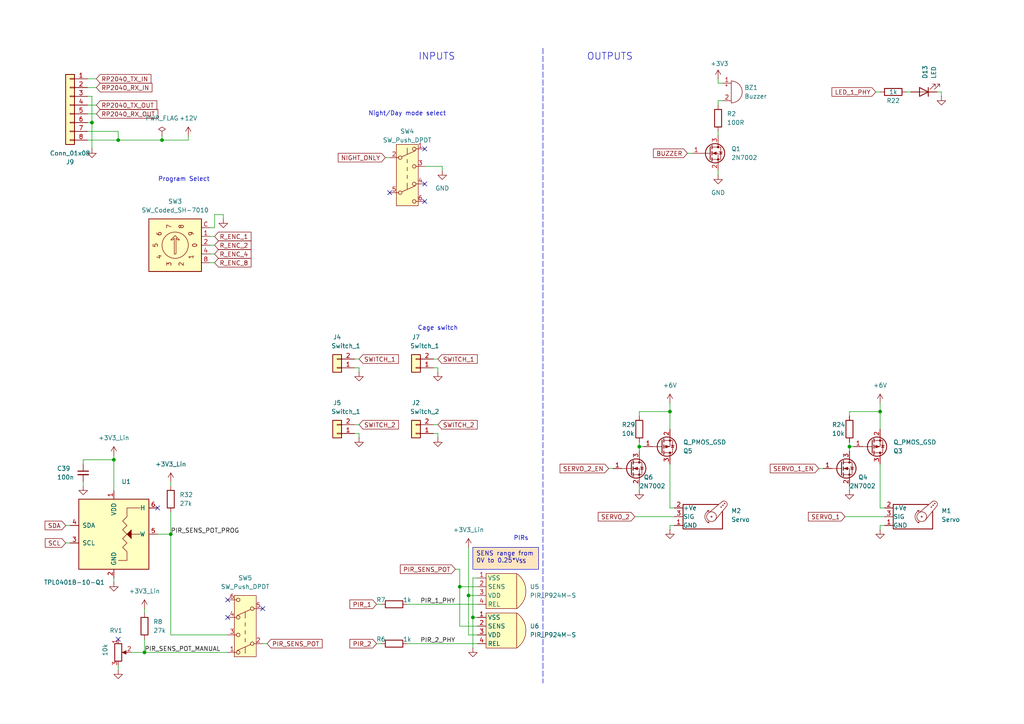
<source format=kicad_sch>
(kicad_sch (version 20231120) (generator "eeschema") (generator_version "8.0")
  (paper "A4")
  (lib_symbols
    (symbol "Connector_Generic:Conn_01x02" (pin_names (offset 1.016) hide)
      (property "Reference" "J" (at 0 2.54 0))
      (property "Value" "Conn_01x02" (at 0 -5.08 0))
      (symbol "Conn_01x02_1_1"
        (rectangle (start -1.27 -2.413) (end 0 -2.667) (stroke (width 0.1524)))
        (rectangle (start -1.27 0.127) (end 0 -0.127) (stroke (width 0.1524)))
        (rectangle (start -1.27 1.27) (end 1.27 -3.81) (stroke (width 0.254)) (fill (type background)))
        (pin passive line (at -5.08 0 0) (length 3.81) (name "Pin_1") (number "1"))
        (pin passive line (at -5.08 -2.54 0) (length 3.81) (name "Pin_2") (number "2"))
      )
    )
    (symbol "Connector_Generic:Conn_01x08" (pin_names (offset 1.016) hide)
      (property "Reference" "J" (at 0 10.16 0))
      (property "Value" "Conn_01x08" (at 0 -12.7 0))
      (symbol "Conn_01x08_1_1"
        (rectangle (start -1.27 -10.033) (end 0 -10.287) (stroke (width 0.1524)))
        (rectangle (start -1.27 -7.493) (end 0 -7.747) (stroke (width 0.1524)))
        (rectangle (start -1.27 -4.953) (end 0 -5.207) (stroke (width 0.1524)))
        (rectangle (start -1.27 -2.413) (end 0 -2.667) (stroke (width 0.1524)))
        (rectangle (start -1.27 0.127) (end 0 -0.127) (stroke (width 0.1524)))
        (rectangle (start -1.27 2.667) (end 0 2.413) (stroke (width 0.1524)))
        (rectangle (start -1.27 5.207) (end 0 4.953) (stroke (width 0.1524)))
        (rectangle (start -1.27 7.747) (end 0 7.493) (stroke (width 0.1524)))
        (rectangle (start -1.27 8.89) (end 1.27 -11.43) (stroke (width 0.254)) (fill (type background)))
        (pin passive line (at -5.08 7.62 0) (length 3.81) (name "Pin_1") (number "1"))
        (pin passive line (at -5.08 5.08 0) (length 3.81) (name "Pin_2") (number "2"))
        (pin passive line (at -5.08 2.54 0) (length 3.81) (name "Pin_3") (number "3"))
        (pin passive line (at -5.08 0 0) (length 3.81) (name "Pin_4") (number "4"))
        (pin passive line (at -5.08 -2.54 0) (length 3.81) (name "Pin_5") (number "5"))
        (pin passive line (at -5.08 -5.08 0) (length 3.81) (name "Pin_6") (number "6"))
        (pin passive line (at -5.08 -7.62 0) (length 3.81) (name "Pin_7") (number "7"))
        (pin passive line (at -5.08 -10.16 0) (length 3.81) (name "Pin_8") (number "8"))
      )
    )
    (symbol "Device:Buzzer" (pin_names (offset 0.0254) hide)
      (property "Reference" "BZ" (at 3.81 1.27 0))
      (property "Value" "Buzzer" (at 3.81 -1.27 0))
      (symbol "Buzzer_0_1"
        (arc (start 0 -3.175) (mid 3.1612 0) (end 0 3.175))
        (polyline (pts (xy -1.651 1.905) (xy -1.143 1.905)))
        (polyline (pts (xy -1.397 2.159) (xy -1.397 1.651)))
        (polyline (pts (xy 0 3.175) (xy 0 -3.175)))
      )
      (symbol "Buzzer_1_1"
        (pin passive line (at -2.54 2.54 0) (length 2.54) (name "+") (number "1"))
        (pin passive line (at -2.54 -2.54 0) (length 2.54) (name "-") (number "2"))
      )
    )
    (symbol "Device:C_Small" (pin_numbers hide) (pin_names (offset 0.254) hide)
      (property "Reference" "C" (at 0.254 1.778 0))
      (property "Value" "C_Small" (at 0.254 -2.032 0))
      (symbol "C_Small_0_1"
        (polyline (pts (xy -1.524 -0.508) (xy 1.524 -0.508)) (stroke (width 0.3302)))
        (polyline (pts (xy -1.524 0.508) (xy 1.524 0.508)) (stroke (width 0.3048)))
      )
      (symbol "C_Small_1_1"
        (pin passive line (at 0 2.54 270) (length 2.032) (name "~") (number "1"))
        (pin passive line (at 0 -2.54 90) (length 2.032) (name "~") (number "2"))
      )
    )
    (symbol "Device:LED" (pin_numbers hide) (pin_names (offset 1.016) hide)
      (property "Reference" "D" (at 0 2.54 0))
      (property "Value" "LED" (at 0 -2.54 0))
      (symbol "LED_0_1"
        (polyline (pts (xy -1.27 -1.27) (xy -1.27 1.27)) (stroke (width 0.254)))
        (polyline (pts (xy -1.27 0) (xy 1.27 0)))
        (polyline (pts (xy 1.27 -1.27) (xy 1.27 1.27) (xy -1.27 0) (xy 1.27 -1.27)) (stroke (width 0.254)))
        (polyline (pts (xy -3.048 -0.762) (xy -4.572 -2.286) (xy -3.81 -2.286) (xy -4.572 -2.286) (xy -4.572 -1.524)))
        (polyline (pts (xy -1.778 -0.762) (xy -3.302 -2.286) (xy -2.54 -2.286) (xy -3.302 -2.286) (xy -3.302 -1.524)))
      )
      (symbol "LED_1_1"
        (pin passive line (at -3.81 0 0) (length 2.54) (name "K") (number "1"))
        (pin passive line (at 3.81 0 180) (length 2.54) (name "A") (number "2"))
      )
    )
    (symbol "Device:Q_PMOS_GSD" (pin_names (offset 0) hide)
      (property "Reference" "Q" (at 5.08 1.27 0))
      (property "Value" "Q_PMOS_GSD" (at 5.08 -1.27 0))
      (symbol "Q_PMOS_GSD_0_1"
        (polyline (pts (xy 0.254 0) (xy -2.54 0)))
        (polyline (pts (xy 0.254 1.905) (xy 0.254 -1.905)) (stroke (width 0.254)))
        (polyline (pts (xy 0.762 -1.27) (xy 0.762 -2.286)) (stroke (width 0.254)))
        (polyline (pts (xy 0.762 0.508) (xy 0.762 -0.508)) (stroke (width 0.254)))
        (polyline (pts (xy 0.762 2.286) (xy 0.762 1.27)) (stroke (width 0.254)))
        (polyline (pts (xy 2.54 2.54) (xy 2.54 1.778)))
        (polyline (pts (xy 2.54 -2.54) (xy 2.54 0) (xy 0.762 0)))
        (polyline (pts (xy 0.762 1.778) (xy 3.302 1.778) (xy 3.302 -1.778) (xy 0.762 -1.778)))
        (polyline (pts (xy 2.286 0) (xy 1.27 0.381) (xy 1.27 -0.381) (xy 2.286 0)) (fill (type outline)))
        (polyline (pts (xy 2.794 -0.508) (xy 2.921 -0.381) (xy 3.683 -0.381) (xy 3.81 -0.254)))
        (polyline (pts (xy 3.302 -0.381) (xy 2.921 0.254) (xy 3.683 0.254) (xy 3.302 -0.381)))
        (circle (center 1.651 0) (radius 2.794) (stroke (width 0.254)))
        (circle (center 2.54 -1.778) (radius 0.254) (fill (type outline)))
        (circle (center 2.54 1.778) (radius 0.254) (fill (type outline)))
      )
      (symbol "Q_PMOS_GSD_1_1"
        (pin input line (at -5.08 0 0) (length 2.54) (name "G") (number "1"))
        (pin passive line (at 2.54 -5.08 90) (length 2.54) (name "S") (number "2"))
        (pin passive line (at 2.54 5.08 270) (length 2.54) (name "D") (number "3"))
      )
    )
    (symbol "Device:R" (pin_numbers hide) (pin_names (offset 0))
      (property "Reference" "R" (at 2.032 0 90))
      (property "Value" "R" (at 0 0 90))
      (symbol "R_0_1"
        (rectangle (start -1.016 -2.54) (end 1.016 2.54) (stroke (width 0.254)))
      )
      (symbol "R_1_1"
        (pin passive line (at 0 3.81 270) (length 1.27) (name "~") (number "1"))
        (pin passive line (at 0 -3.81 90) (length 1.27) (name "~") (number "2"))
      )
    )
    (symbol "Device:R_Potentiometer" (pin_names (offset 1.016) hide)
      (property "Reference" "RV" (at -4.445 0 90))
      (property "Value" "R_Potentiometer" (at -2.54 0 90))
      (symbol "R_Potentiometer_0_1"
        (polyline (pts (xy 2.54 0) (xy 1.524 0)))
        (polyline (pts (xy 1.143 0) (xy 2.286 0.508) (xy 2.286 -0.508) (xy 1.143 0)) (fill (type outline)))
        (rectangle (start 1.016 2.54) (end -1.016 -2.54) (stroke (width 0.254)))
      )
      (symbol "R_Potentiometer_1_1"
        (pin passive line (at 0 3.81 270) (length 1.27) (name "1") (number "1"))
        (pin passive line (at 3.81 0 180) (length 1.27) (name "2") (number "2"))
        (pin passive line (at 0 -3.81 90) (length 1.27) (name "3") (number "3"))
      )
    )
    (symbol "Potentiometer_Digital:TPL0401B-10-Q1" (pin_names (offset 1.016))
      (property "Reference" "U" (at -10.16 11.43 0))
      (property "Value" "TPL0401B-10-Q1" (at 1.27 11.43 0))
      (symbol "TPL0401B-10-Q1_0_1"
        (polyline (pts (xy 7.62 0) (xy 5.08 0)))
        (polyline (pts (xy 5.08 -1.27) (xy 5.08 1.27) (xy 3.81 0) (xy 5.08 -1.27) (xy 5.08 -1.27)) (fill (type outline)))
        (polyline (pts (xy 7.62 7.62) (xy 3.81 7.62) (xy 3.81 5.08) (xy 2.54 3.81) (xy 3.81 2.54) (xy 2.54 1.27) (xy 3.81 0) (xy 2.54 -1.27) (xy 3.81 -2.54) (xy 2.54 -3.81) (xy 3.81 -5.08) (xy 3.81 -7.62) (xy 1.27 -7.62)))
      )
      (symbol "TPL0401B-10-Q1_1_1"
        (rectangle (start -10.16 10.16) (end 10.16 -10.16) (stroke (width 0.254)) (fill (type background)))
        (pin power_in line (at 0 12.7 270) (length 2.54) (name "VDD") (number "1"))
        (pin power_in line (at 0 -12.7 90) (length 2.54) (name "GND") (number "2"))
        (pin input line (at -12.7 -2.54 0) (length 2.54) (name "SCL") (number "3"))
        (pin bidirectional line (at -12.7 2.54 0) (length 2.54) (name "SDA") (number "4"))
        (pin passive line (at 12.7 0 180) (length 2.54) (name "W") (number "5"))
        (pin passive line (at 12.7 7.62 180) (length 2.54) (name "H") (number "6"))
      )
    )
    (symbol "Switch:SW_Coded_SH-7010" (pin_names hide)
      (property "Reference" "SW" (at -7.62 8.89 0))
      (property "Value" "SW_Coded_SH-7010" (at -7.62 -8.89 0))
      (symbol "SW_Coded_SH-7010_0_0"
        (text "0" (at 5.715 0 2700) (effects (font (size 1.27 1.27))))
        (text "1" (at 4.6228 -3.3528 2340) (effects (font (size 1.27 1.27))))
        (text "2" (at 1.778 -5.4356 1980) (effects (font (size 1.27 1.27))))
        (text "3" (at -1.778 -5.4356 1620) (effects (font (size 1.27 1.27))))
        (text "4" (at -4.6228 -3.3528 1260) (effects (font (size 1.27 1.27))))
        (text "5" (at -5.715 0 900) (effects (font (size 1.27 1.27))))
        (text "6" (at -4.6228 3.3528 540) (effects (font (size 1.27 1.27))))
        (text "7" (at -1.778 5.4356 180) (effects (font (size 1.27 1.27))))
        (text "8" (at 1.778 5.4356 3420) (effects (font (size 1.27 1.27))))
        (text "9" (at 4.6228 3.3528 3060) (effects (font (size 1.27 1.27))))
      )
      (symbol "SW_Coded_SH-7010_0_1"
        (polyline (pts (xy -0.254 -2.54) (xy -0.254 2.032) (xy -0.762 1.524) (xy -1.27 1.524) (xy 0 2.794) (xy 1.27 1.524) (xy 0.762 1.524) (xy 0.254 2.032) (xy 0.254 -2.54) (xy -0.254 -2.54) (xy -0.254 -2.54)))
        (circle (center 0 0) (radius 3.81))
        (rectangle (start 7.62 7.62) (end -7.62 -7.62) (stroke (width 0.254)) (fill (type background)))
      )
      (symbol "SW_Coded_SH-7010_1_1"
        (pin passive line (at 10.16 2.54 180) (length 2.54) (name "1") (number "1"))
        (pin passive line (at 10.16 0 180) (length 2.54) (name "2") (number "2"))
        (pin passive line (at 10.16 -2.54 180) (length 2.54) (name "4") (number "4"))
        (pin passive line (at 10.16 -5.08 180) (length 2.54) (name "8") (number "8"))
        (pin passive line (at 10.16 5.08 180) (length 2.54) (name "C") (number "C"))
      )
    )
    (symbol "Switch:SW_Push_DPDT" (pin_names (offset 0) hide)
      (property "Reference" "SW" (at 0 10.16 0))
      (property "Value" "SW_Push_DPDT" (at 0 -10.16 0))
      (symbol "SW_Push_DPDT_0_0"
        (circle (center -2.032 -5.08) (radius 0.508))
        (circle (center -2.032 5.08) (radius 0.508))
        (circle (center 2.032 -7.62) (radius 0.508))
        (circle (center 2.032 2.54) (radius 0.508))
      )
      (symbol "SW_Push_DPDT_0_1"
        (polyline (pts (xy -1.524 -4.826) (xy 2.3368 -3.0988)))
        (polyline (pts (xy -1.524 5.334) (xy 2.3368 7.0612)))
        (polyline (pts (xy 0 -2.286) (xy 0 -4.064)))
        (polyline (pts (xy 0 -1.016) (xy 0 0)))
        (polyline (pts (xy 0 1.27) (xy 0 2.286)))
        (polyline (pts (xy 0 3.556) (xy 0 4.572)))
        (polyline (pts (xy 0 7.874) (xy 0 6.096)))
        (circle (center 2.032 -2.54) (radius 0.508))
        (circle (center 2.032 7.62) (radius 0.508))
      )
      (symbol "SW_Push_DPDT_1_1"
        (rectangle (start -3.175 8.89) (end 3.175 -8.89) (fill (type background)))
        (pin passive line (at 5.08 7.62 180) (length 2.54) (name "A") (number "1"))
        (pin passive line (at -5.08 5.08 0) (length 2.54) (name "B") (number "2"))
        (pin passive line (at 5.08 2.54 180) (length 2.54) (name "C") (number "3"))
        (pin passive line (at 5.08 -2.54 180) (length 2.54) (name "A") (number "4"))
        (pin passive line (at -5.08 -5.08 0) (length 2.54) (name "B") (number "5"))
        (pin passive line (at 5.08 -7.62 180) (length 2.54) (name "C") (number "6"))
      )
    )
    (symbol "Transistor_FET:2N7002" (pin_names hide)
      (property "Reference" "Q" (at 5.08 1.905 0))
      (property "Value" "2N7002" (at 5.08 0 0))
      (symbol "2N7002_0_1"
        (polyline (pts (xy 0.254 0) (xy -2.54 0)))
        (polyline (pts (xy 0.254 1.905) (xy 0.254 -1.905)) (stroke (width 0.254)))
        (polyline (pts (xy 0.762 -1.27) (xy 0.762 -2.286)) (stroke (width 0.254)))
        (polyline (pts (xy 0.762 0.508) (xy 0.762 -0.508)) (stroke (width 0.254)))
        (polyline (pts (xy 0.762 2.286) (xy 0.762 1.27)) (stroke (width 0.254)))
        (polyline (pts (xy 2.54 2.54) (xy 2.54 1.778)))
        (polyline (pts (xy 2.54 -2.54) (xy 2.54 0) (xy 0.762 0)))
        (polyline (pts (xy 0.762 -1.778) (xy 3.302 -1.778) (xy 3.302 1.778) (xy 0.762 1.778)))
        (polyline (pts (xy 1.016 0) (xy 2.032 0.381) (xy 2.032 -0.381) (xy 1.016 0)) (fill (type outline)))
        (polyline (pts (xy 2.794 0.508) (xy 2.921 0.381) (xy 3.683 0.381) (xy 3.81 0.254)))
        (polyline (pts (xy 3.302 0.381) (xy 2.921 -0.254) (xy 3.683 -0.254) (xy 3.302 0.381)))
        (circle (center 1.651 0) (radius 2.794) (stroke (width 0.254)))
        (circle (center 2.54 -1.778) (radius 0.254) (fill (type outline)))
        (circle (center 2.54 1.778) (radius 0.254) (fill (type outline)))
      )
      (symbol "2N7002_1_1"
        (pin input line (at -5.08 0 0) (length 2.54) (name "G") (number "1"))
        (pin passive line (at 2.54 -5.08 90) (length 2.54) (name "S") (number "2"))
        (pin passive line (at 2.54 5.08 270) (length 2.54) (name "D") (number "3"))
      )
    )
    (symbol "cacophony-library:PIR_P924M-S"
      (property "Reference" "U6" (at 3.81 1.2701 0))
      (property "Value" "PIR_P924M-S" (at 3.81 -1.2699 0))
      (symbol "PIR_P924M-S_0_1"
        (rectangle (start -8.89 5.08) (end 0 -5.08) (fill (type background)))
        (arc (start 0 -5.08) (mid 2.6748 0) (end 0 5.08) (fill (type background)))
      )
      (symbol "PIR_P924M-S_1_1"
        (pin input line (at -11.43 3.81 0) (length 2.54) (name "VSS") (number "1"))
        (pin input line (at -11.43 1.27 0) (length 2.54) (name "SENS") (number "2"))
        (pin input line (at -11.43 -1.27 0) (length 2.54) (name "VDD") (number "3"))
        (pin input line (at -11.43 -3.81 0) (length 2.54) (name "REL") (number "4"))
      )
    )
    (symbol "cacophony-library:Servo" (pin_names (offset 0.0254))
      (property "Reference" "M2" (at 8.89 1.7035 0))
      (property "Value" "Servo" (at 8.89 -0.8365 0))
      (symbol "Servo_0_1"
        (polyline (pts (xy 2.413 -1.778) (xy 2.032 -1.778)))
        (polyline (pts (xy 2.413 -1.778) (xy 2.286 -1.397)))
        (polyline (pts (xy 2.413 1.778) (xy 1.905 1.778)))
        (polyline (pts (xy 2.413 1.778) (xy 2.286 1.397)))
        (polyline (pts (xy 6.35 4.445) (xy 2.54 1.27)))
        (polyline (pts (xy 7.62 3.175) (xy 4.191 -1.016)))
        (polyline (pts (xy 5.08 3.556) (xy -5.08 3.556) (xy -5.08 -3.556) (xy 6.35 -3.556) (xy 6.35 1.524)) (stroke (width 0.254)))
        (arc (start 2.413 1.778) (mid 1.2406 0) (end 2.413 -1.778))
        (circle (center 3.175 0) (radius 0.1778))
        (circle (center 3.175 0) (radius 1.4224))
        (circle (center 5.969 2.794) (radius 0.127))
        (circle (center 6.477 3.302) (radius 0.127))
        (circle (center 6.985 3.81) (radius 0.127))
        (arc (start 7.62 3.175) (mid 7.4485 4.2735) (end 6.35 4.445))
      )
      (symbol "Servo_1_1"
        (pin passive line (at -7.62 -2.54 0) (length 2.54) (name "GND") (number "1"))
        (pin passive line (at -7.62 2.54 0) (length 2.54) (name "+Ve") (number "2"))
        (pin passive line (at -7.62 0 0) (length 2.54) (name "SIG") (number "3"))
      )
    )
    (symbol "power:+12V" (power) (pin_numbers hide) (pin_names (offset 0) hide)
      (property "Value" "+12V" (at 0 3.556 0))
      (symbol "+12V_0_1"
        (polyline (pts (xy -0.762 1.27) (xy 0 2.54)))
        (polyline (pts (xy 0 0) (xy 0 2.54)))
        (polyline (pts (xy 0 2.54) (xy 0.762 1.27)))
      )
      (symbol "+12V_1_1"
        (pin power_in line (at 0 0 90) (length 0) (name "~") (number "1"))
      )
    )
    (symbol "power:+3V3" (power) (pin_numbers hide) (pin_names (offset 0) hide)
      (property "Value" "+3V3" (at 0 3.556 0))
      (symbol "+3V3_0_1"
        (polyline (pts (xy -0.762 1.27) (xy 0 2.54)))
        (polyline (pts (xy 0 0) (xy 0 2.54)))
        (polyline (pts (xy 0 2.54) (xy 0.762 1.27)))
      )
      (symbol "+3V3_1_1"
        (pin power_in line (at 0 0 90) (length 0) (name "~") (number "1"))
      )
    )
    (symbol "power:+6V" (power) (pin_numbers hide) (pin_names (offset 0) hide)
      (property "Value" "+6V" (at 0 3.556 0))
      (symbol "+6V_0_1"
        (polyline (pts (xy -0.762 1.27) (xy 0 2.54)))
        (polyline (pts (xy 0 0) (xy 0 2.54)))
        (polyline (pts (xy 0 2.54) (xy 0.762 1.27)))
      )
      (symbol "+6V_1_1"
        (pin power_in line (at 0 0 90) (length 0) (name "~") (number "1"))
      )
    )
    (symbol "power:GND" (power) (pin_numbers hide) (pin_names (offset 0) hide)
      (property "Value" "GND" (at 0 -3.81 0))
      (symbol "GND_0_1"
        (polyline (pts (xy 0 0) (xy 0 -1.27) (xy 1.27 -1.27) (xy 0 -2.54) (xy -1.27 -1.27) (xy 0 -1.27)))
      )
      (symbol "GND_1_1"
        (pin power_in line (at 0 0 270) (length 0) (name "~") (number "1"))
      )
    )
    (symbol "power:PWR_FLAG" (power) (pin_numbers hide) (pin_names (offset 0) hide)
      (property "Value" "PWR_FLAG" (at 0 3.81 0))
      (symbol "PWR_FLAG_0_0"
        (pin power_out line (at 0 0 90) (length 0) (name "~") (number "1"))
      )
      (symbol "PWR_FLAG_0_1"
        (polyline (pts (xy 0 0) (xy 0 1.27) (xy -1.016 1.905) (xy 0 2.54) (xy 1.016 1.905) (xy 0 1.27)))
      )
    )
  )
  (junction (at 49.53 154.94))
  (junction (at 255.27 119.38))
  (junction (at 34.29 40.64))
  (junction (at 246.38 129.54))
  (junction (at 137.16 179.07))
  (junction (at 41.91 189.23))
  (junction (at 26.67 35.56))
  (junction (at 33.02 133.35))
  (junction (at 135.89 172.72))
  (junction (at 133.35 170.18))
  (junction (at 185.42 129.54))
  (junction (at 194.31 119.38))
  (junction (at 46.99 40.64))
  (no_connect (at 66.04 179.07))
  (no_connect (at 76.2 176.53))
  (no_connect (at 113.03 55.88))
  (no_connect (at 123.19 43.18))
  (no_connect (at 45.72 147.32))
  (no_connect (at 123.19 53.34))
  (no_connect (at 123.19 58.42))
  (no_connect (at 66.04 173.99))
  (no_connect (at 34.29 185.42))
  (wire (pts (xy 138.43 170.18) (xy 133.35 170.18)))
  (wire (pts (xy 255.27 147.32) (xy 255.27 134.62)))
  (wire (pts (xy 208.28 49.53) (xy 208.28 50.8)))
  (wire (pts (xy 60.96 66.04) (xy 62.23 66.04)))
  (wire (pts (xy 34.29 193.04) (xy 34.29 194.31)))
  (wire (pts (xy 237.49 135.89) (xy 238.76 135.89)))
  (wire (pts (xy 54.61 39.37) (xy 54.61 40.64)))
  (wire (pts (xy 137.16 179.07) (xy 137.16 167.64)))
  (wire (pts (xy 195.58 147.32) (xy 194.31 147.32)))
  (wire (pts (xy 102.87 106.68) (xy 104.14 106.68)))
  (wire (pts (xy 34.29 38.1) (xy 34.29 40.64)))
  (wire (pts (xy 76.2 186.69) (xy 77.47 186.69)))
  (wire (pts (xy 262.89 26.67) (xy 264.16 26.67)))
  (wire (pts (xy 25.4 22.86) (xy 27.94 22.86)))
  (wire (pts (xy 26.67 35.56) (xy 26.67 43.18)))
  (wire (pts (xy 185.42 119.38) (xy 194.31 119.38)))
  (wire (pts (xy 60.96 73.66) (xy 62.23 73.66)))
  (wire (pts (xy 138.43 181.61) (xy 133.35 181.61)))
  (wire (pts (xy 25.4 35.56) (xy 26.67 35.56)))
  (wire (pts (xy 25.4 27.94) (xy 26.67 27.94)))
  (wire (pts (xy 185.42 140.97) (xy 185.42 142.24)))
  (wire (pts (xy 33.02 167.64) (xy 33.02 168.91)))
  (wire (pts (xy 271.78 26.67) (xy 273.05 26.67)))
  (wire (pts (xy 176.53 135.89) (xy 177.8 135.89)))
  (wire (pts (xy 246.38 129.54) (xy 246.38 130.81)))
  (wire (pts (xy 49.53 139.7) (xy 49.53 140.97)))
  (wire (pts (xy 41.91 185.42) (xy 41.91 189.23)))
  (wire (pts (xy 102.87 123.19) (xy 104.14 123.19)))
  (wire (pts (xy 208.28 24.13) (xy 208.28 22.86)))
  (wire (pts (xy 26.67 27.94) (xy 26.67 35.56)))
  (wire (pts (xy 109.22 175.26) (xy 110.49 175.26)))
  (wire (pts (xy 135.89 184.15) (xy 138.43 184.15)))
  (wire (pts (xy 41.91 189.23) (xy 66.04 189.23)))
  (wire (pts (xy 255.27 119.38) (xy 255.27 124.46)))
  (wire (pts (xy 46.99 40.64) (xy 54.61 40.64)))
  (wire (pts (xy 60.96 76.2) (xy 62.23 76.2)))
  (wire (pts (xy 208.28 30.48) (xy 208.28 29.21)))
  (wire (pts (xy 45.72 154.94) (xy 49.53 154.94)))
  (wire (pts (xy 254 26.67) (xy 255.27 26.67)))
  (wire (pts (xy 209.55 24.13) (xy 208.28 24.13)))
  (wire (pts (xy 60.96 71.12) (xy 62.23 71.12)))
  (wire (pts (xy 185.42 128.27) (xy 185.42 129.54)))
  (wire (pts (xy 33.02 132.08) (xy 33.02 133.35)))
  (wire (pts (xy 133.35 165.1) (xy 133.35 170.18)))
  (wire (pts (xy 111.76 45.72) (xy 113.03 45.72)))
  (wire (pts (xy 127 106.68) (xy 127 107.95)))
  (wire (pts (xy 49.53 148.59) (xy 49.53 154.94)))
  (wire (pts (xy 246.38 119.38) (xy 255.27 119.38)))
  (wire (pts (xy 118.11 186.69) (xy 138.43 186.69)))
  (wire (pts (xy 25.4 25.4) (xy 27.94 25.4)))
  (wire (pts (xy 128.27 49.53) (xy 128.27 48.26)))
  (wire (pts (xy 135.89 172.72) (xy 138.43 172.72)))
  (wire (pts (xy 194.31 116.84) (xy 194.31 119.38)))
  (wire (pts (xy 185.42 120.65) (xy 185.42 119.38)))
  (wire (pts (xy 133.35 170.18) (xy 133.35 181.61)))
  (wire (pts (xy 104.14 125.73) (xy 104.14 127)))
  (wire (pts (xy 128.27 48.26) (xy 123.19 48.26)))
  (wire (pts (xy 185.42 129.54) (xy 185.42 130.81)))
  (wire (pts (xy 256.54 147.32) (xy 255.27 147.32)))
  (wire (pts (xy 24.13 139.7) (xy 24.13 140.97)))
  (wire (pts (xy 127 125.73) (xy 127 127)))
  (polyline (pts (xy 157.48 13.97) (xy 157.48 198.12)) (stroke (width 0) (type dash)))
  (wire (pts (xy 64.77 62.23) (xy 64.77 63.5)))
  (wire (pts (xy 102.87 104.14) (xy 104.14 104.14)))
  (wire (pts (xy 25.4 40.64) (xy 34.29 40.64)))
  (wire (pts (xy 19.05 152.4) (xy 20.32 152.4)))
  (wire (pts (xy 24.13 133.35) (xy 33.02 133.35)))
  (wire (pts (xy 109.22 186.69) (xy 110.49 186.69)))
  (wire (pts (xy 41.91 189.23) (xy 38.1 189.23)))
  (wire (pts (xy 19.05 157.48) (xy 20.32 157.48)))
  (wire (pts (xy 137.16 179.07) (xy 138.43 179.07)))
  (wire (pts (xy 102.87 125.73) (xy 104.14 125.73)))
  (wire (pts (xy 255.27 152.4) (xy 255.27 153.67)))
  (wire (pts (xy 125.73 125.73) (xy 127 125.73)))
  (wire (pts (xy 62.23 62.23) (xy 62.23 66.04)))
  (wire (pts (xy 245.11 149.86) (xy 256.54 149.86)))
  (wire (pts (xy 208.28 38.1) (xy 208.28 39.37)))
  (wire (pts (xy 125.73 106.68) (xy 127 106.68)))
  (wire (pts (xy 41.91 177.8) (xy 41.91 176.53)))
  (wire (pts (xy 195.58 152.4) (xy 194.31 152.4)))
  (wire (pts (xy 34.29 40.64) (xy 46.99 40.64)))
  (wire (pts (xy 135.89 172.72) (xy 135.89 184.15)))
  (wire (pts (xy 125.73 104.14) (xy 127 104.14)))
  (wire (pts (xy 194.31 119.38) (xy 194.31 124.46)))
  (wire (pts (xy 137.16 167.64) (xy 138.43 167.64)))
  (wire (pts (xy 62.23 62.23) (xy 64.77 62.23)))
  (wire (pts (xy 25.4 33.02) (xy 27.94 33.02)))
  (wire (pts (xy 104.14 106.68) (xy 104.14 107.95)))
  (wire (pts (xy 256.54 152.4) (xy 255.27 152.4)))
  (wire (pts (xy 255.27 116.84) (xy 255.27 119.38)))
  (wire (pts (xy 24.13 134.62) (xy 24.13 133.35)))
  (wire (pts (xy 49.53 154.94) (xy 49.53 184.15)))
  (wire (pts (xy 208.28 29.21) (xy 209.55 29.21)))
  (wire (pts (xy 60.96 68.58) (xy 62.23 68.58)))
  (wire (pts (xy 185.42 129.54) (xy 186.69 129.54)))
  (wire (pts (xy 33.02 133.35) (xy 33.02 142.24)))
  (wire (pts (xy 135.89 158.75) (xy 135.89 172.72)))
  (wire (pts (xy 132.08 165.1) (xy 133.35 165.1)))
  (wire (pts (xy 46.99 39.37) (xy 46.99 40.64)))
  (wire (pts (xy 194.31 134.62) (xy 194.31 147.32)))
  (wire (pts (xy 246.38 129.54) (xy 247.65 129.54)))
  (wire (pts (xy 118.11 175.26) (xy 138.43 175.26)))
  (wire (pts (xy 184.15 149.86) (xy 195.58 149.86)))
  (wire (pts (xy 49.53 184.15) (xy 66.04 184.15)))
  (wire (pts (xy 34.29 38.1) (xy 25.4 38.1)))
  (wire (pts (xy 273.05 26.67) (xy 273.05 27.94)))
  (wire (pts (xy 246.38 140.97) (xy 246.38 142.24)))
  (wire (pts (xy 199.39 44.45) (xy 200.66 44.45)))
  (wire (pts (xy 25.4 30.48) (xy 27.94 30.48)))
  (wire (pts (xy 246.38 120.65) (xy 246.38 119.38)))
  (wire (pts (xy 125.73 123.19) (xy 127 123.19)))
  (wire (pts (xy 246.38 128.27) (xy 246.38 129.54)))
  (wire (pts (xy 137.16 179.07) (xy 137.16 187.96)))
  (wire (pts (xy 194.31 152.4) (xy 194.31 153.67)))
  (text_box "SENS range from 0V to 0.25*V_{SS}" (at 137.16 158.75 0) (size 19.05 6.35) (fill (type color) (color 255 229 191 1)) (effects (font (size 1.27 1.27)) (justify left top)))
  (text "PIRs" (at 151.13 156.21 0) (effects (font (size 1.27 1.27))))
  (text "OUTPUTS" (at 170.18 16.51 0) (effects (font (size 2 2)) (justify left)))
  (text "INPUTS" (at 132.08 16.51 0) (effects (font (size 2 2)) (justify right)))
  (text "Program Select" (at 53.34 52.07 0) (effects (font (size 1.27 1.27))))
  (text "Night/Day mode select\n" (at 118.11 33.02 0) (effects (font (size 1.27 1.27))))
  (text "Cage switch" (at 127 95.25 0) (effects (font (size 1.27 1.27))))
  (label "PIR_SENS_POT_PROG" (at 49.53 154.94 0))
  (label "PIR_1_PHY" (at 132.08 175.26 180))
  (label "PIR_SENS_POT_MANUAL" (at 41.91 189.23 0))
  (label "PIR_2_PHY" (at 132.08 186.69 180))
  (global_label "SDA" (shape input) (at 19.05 152.4 180) (property "Intersheetrefs" "${INTERSHEET_REFS}" (effects (hide yes))))
  (global_label "PIR_2" (shape input) (at 109.22 186.69 180) (property "Intersheetrefs" "${INTERSHEET_REFS}" (effects (hide yes))))
  (global_label "LED_1_PHY" (shape input) (at 254 26.67 180) (property "Intersheetrefs" "${INTERSHEET_REFS}" (effects (hide yes))))
  (global_label "PIR_SENS_POT" (shape input) (at 132.08 165.1 180) (property "Intersheetrefs" "${INTERSHEET_REFS}" (effects (hide yes))))
  (global_label "NIGHT_ONLY" (shape input) (at 111.76 45.72 180) (property "Intersheetrefs" "${INTERSHEET_REFS}" (effects (hide yes))))
  (global_label "SWITCH_1" (shape input) (at 127 104.14 0) (property "Intersheetrefs" "${INTERSHEET_REFS}" (effects (hide yes))))
  (global_label "RP2040_TX_OUT" (shape input) (at 27.94 30.48 0) (property "Intersheetrefs" "${INTERSHEET_REFS}" (effects (hide yes))))
  (global_label "SERVO_2" (shape input) (at 184.15 149.86 180) (property "Intersheetrefs" "${INTERSHEET_REFS}" (effects (hide yes))))
  (global_label "SERVO_1" (shape input) (at 245.11 149.86 180) (property "Intersheetrefs" "${INTERSHEET_REFS}" (effects (hide yes))))
  (global_label "SERVO_1_EN" (shape input) (at 237.49 135.89 180) (property "Intersheetrefs" "${INTERSHEET_REFS}" (effects (hide yes))))
  (global_label "SWITCH_2" (shape input) (at 104.14 123.19 0) (property "Intersheetrefs" "${INTERSHEET_REFS}" (effects (hide yes))))
  (global_label "SWITCH_2" (shape input) (at 127 123.19 0) (property "Intersheetrefs" "${INTERSHEET_REFS}" (effects (hide yes))))
  (global_label "PIR_SENS_POT" (shape input) (at 77.47 186.69 0) (property "Intersheetrefs" "${INTERSHEET_REFS}" (effects (hide yes))))
  (global_label "R_ENC_8" (shape input) (at 62.23 76.2 0) (property "Intersheetrefs" "${INTERSHEET_REFS}" (effects (hide yes))))
  (global_label "PIR_1" (shape input) (at 109.22 175.26 180) (property "Intersheetrefs" "${INTERSHEET_REFS}" (effects (hide yes))))
  (global_label "R_ENC_1" (shape input) (at 62.23 68.58 0) (property "Intersheetrefs" "${INTERSHEET_REFS}" (effects (hide yes))))
  (global_label "SCL" (shape input) (at 19.05 157.48 180) (property "Intersheetrefs" "${INTERSHEET_REFS}" (effects (hide yes))))
  (global_label "RP2040_RX_IN" (shape input) (at 27.94 25.4 0) (property "Intersheetrefs" "${INTERSHEET_REFS}" (effects (hide yes))))
  (global_label "R_ENC_2" (shape input) (at 62.23 71.12 0) (property "Intersheetrefs" "${INTERSHEET_REFS}" (effects (hide yes))))
  (global_label "R_ENC_4" (shape input) (at 62.23 73.66 0) (property "Intersheetrefs" "${INTERSHEET_REFS}" (effects (hide yes))))
  (global_label "SWITCH_1" (shape input) (at 104.14 104.14 0) (property "Intersheetrefs" "${INTERSHEET_REFS}" (effects (hide yes))))
  (global_label "SERVO_2_EN" (shape input) (at 176.53 135.89 180) (property "Intersheetrefs" "${INTERSHEET_REFS}" (effects (hide yes))))
  (global_label "BUZZER" (shape input) (at 199.39 44.45 180) (property "Intersheetrefs" "${INTERSHEET_REFS}" (effects (hide yes))))
  (global_label "RP2040_TX_IN" (shape input) (at 27.94 22.86 0) (property "Intersheetrefs" "${INTERSHEET_REFS}" (effects (hide yes))))
  (global_label "RP2040_RX_OUT" (shape input) (at 27.94 33.02 0) (property "Intersheetrefs" "${INTERSHEET_REFS}" (effects (hide yes))))
  (symbol (lib_id "Device:R") (at 41.91 181.61 0) (unit 1)
    (property "Reference" "R8" (at 44.45 180.3399 0) (effects (justify left)))
    (property "Value" "27k" (at 44.45 182.8799 0) (effects (justify left)))
    (property "Footprint" "Resistor_SMD:R_0603_1608Metric" (effects (hide yes)))
    (property "Description" "Resistor" (effects (hide yes)))
    (property "LCSC" "C22967" (effects (hide yes)))
  )
  (symbol (lib_id "Potentiometer_Digital:TPL0401B-10-Q1") (at 33.02 154.94 0) (unit 1)
    (property "Reference" "U1" (at 35.2141 139.7 0) (effects (justify left)))
    (property "Value" "TPL0401B-10-Q1" (at 12.7 168.91 0) (effects (justify left)))
    (property "Footprint" "Package_TO_SOT_SMD:Texas_R-PDSO-G6" (effects (hide yes)))
    (property "Datasheet" "http://www.ti.com/lit/ds/symlink/tpl0401a-10-q1.pdf" (effects (hide yes)))
    (property "Description" "128-TAPS Single-Channel Digital Potentiometer, I2C Interface, SC-70-6" (effects (hide yes)))
    (property "LCSC" "C2666599" (effects (hide yes)))
  )
  (symbol (lib_id "power:GND") (at 208.28 50.8 0) (unit 1)
    (property "Reference" "#PWR040" (effects (hide yes)))
    (property "Value" "GND" (at 208.28 55.88 0))
  )
  (symbol (lib_id "power:GND") (at 194.31 153.67 0) (unit 1)
    (property "Reference" "#PWR09" (effects (hide yes)))
    (property "Value" "GND" (effects (hide yes)))
  )
  (symbol (lib_id "power:+12V") (at 33.02 132.08 0) (unit 1)
    (property "Reference" "#PWR055" (effects (hide yes)))
    (property "Value" "+3V3_Lin" (at 33.02 127 0))
  )
  (symbol (lib_id "power:GND") (at 104.14 127 0) (unit 1)
    (property "Reference" "#PWR013" (effects (hide yes)))
    (property "Value" "GND" (effects (hide yes)))
    (property "Description" "Power symbol creates a global label with name \"GND\" , ground" (effects (hide yes)))
  )
  (symbol (lib_id "power:GND") (at 34.29 194.31 0) (unit 1)
    (property "Reference" "#PWR035" (effects (hide yes)))
    (property "Value" "GND" (effects (hide yes)))
  )
  (symbol (lib_id "power:GND") (at 185.42 142.24 0) (unit 1)
    (property "Reference" "#PWR07" (effects (hide yes)))
    (property "Value" "GND" (effects (hide yes)))
  )
  (symbol (lib_id "Device:R") (at 114.3 175.26 90) (unit 1)
    (property "Reference" "R7" (at 110.49 173.99 90))
    (property "Value" "1k" (at 118.11 173.99 90))
    (property "Footprint" "Resistor_SMD:R_0402_1005Metric" (effects (hide yes)))
    (property "LCSC" "C11702" (effects (hide yes)))
  )
  (symbol (lib_id "Device:C_Small") (at 24.13 137.16 0) (unit 1)
    (property "Reference" "C39" (at 16.51 135.89 0) (effects (justify left)))
    (property "Value" "100n" (at 16.51 138.43 0) (effects (justify left)))
    (property "Footprint" "Capacitor_SMD:C_0402_1005Metric" (effects (hide yes)))
    (property "LCSC" "C307331" (effects (hide yes)))
  )
  (symbol (lib_id "Connector_Generic:Conn_01x08") (at 20.32 30.48 0) (mirror y) (unit 1)
    (property "Reference" "J9" (at 20.32 46.99 0))
    (property "Value" "Conn_01x08" (at 20.32 44.45 0))
    (property "Footprint" "Connector_JST:JST_XA_S08B-XASK-1_1x08_P2.50mm_Horizontal" (effects (hide yes)))
    (property "Description" "Generic connector, single row, 01x08, script generated (kicad-library-utils/schlib/autogen/connector/)" (effects (hide yes)))
  )
  (symbol (lib_id "power:GND") (at 24.13 140.97 0) (unit 1)
    (property "Reference" "#PWR058" (effects (hide yes)))
    (property "Value" "GND" (effects (hide yes)))
  )
  (symbol (lib_id "power:+12V") (at 135.89 158.75 0) (unit 1)
    (property "Reference" "#PWR052" (effects (hide yes)))
    (property "Value" "+3V3_Lin" (at 135.89 153.67 0))
  )
  (symbol (lib_id "power:+12V") (at 54.61 39.37 0) (unit 1)
    (property "Reference" "#PWR050" (effects (hide yes)))
    (property "Value" "+12V" (at 54.61 34.29 0))
    (property "Description" "Power symbol creates a global label with name \"+12V\"" (effects (hide yes)))
  )
  (symbol (lib_id "Device:R") (at 49.53 144.78 0) (unit 1)
    (property "Reference" "R32" (at 52.07 143.5099 0) (effects (justify left)))
    (property "Value" "27k" (at 52.07 146.0499 0) (effects (justify left)))
    (property "Footprint" "Resistor_SMD:R_0603_1608Metric" (effects (hide yes)))
    (property "Description" "Resistor" (effects (hide yes)))
    (property "LCSC" "C22967" (effects (hide yes)))
  )
  (symbol (lib_id "power:GND") (at 255.27 153.67 0) (unit 1)
    (property "Reference" "#PWR08" (effects (hide yes)))
    (property "Value" "GND" (effects (hide yes)))
  )
  (symbol (lib_id "cacophony-library:Servo") (at 203.2 149.86 0) (unit 1)
    (property "Reference" "M2" (at 212.09 148.1565 0) (effects (justify left)))
    (property "Value" "Servo" (at 212.09 150.6965 0) (effects (justify left)))
    (property "Footprint" "Connector_JST:JST_XA_B03B-XASK-1-A_1x03_P2.50mm_Vertical" (effects (hide yes)))
    (property "Datasheet" "http://forums.parallax.com/uploads/attachments/46831/74481.png" (effects (hide yes)))
    (property "LCSC" "C264992" (effects (hide yes)))
  )
  (symbol (lib_id "power:GND") (at 104.14 107.95 0) (unit 1)
    (property "Reference" "#PWR012" (effects (hide yes)))
    (property "Value" "GND" (effects (hide yes)))
    (property "Description" "Power symbol creates a global label with name \"GND\" , ground" (effects (hide yes)))
  )
  (symbol (lib_id "cacophony-library:PIR_P924M-S") (at 149.86 182.88 0) (unit 1)
    (property "Reference" "U6" (at 153.67 181.6099 0) (effects (justify left)))
    (property "Value" "PIR_P924M-S" (at 153.67 184.1499 0) (effects (justify left)))
    (property "Footprint" "cacophony-library:PIR_P924M-S" (effects (hide yes)))
    (property "Datasheet" "https://datasheet.lcsc.com/lcsc/1811101110_Shanghai-Nicera-Sensor-P924M-S_C139580.pdf" (effects (hide yes)))
    (property "LCSC" "C139580" (effects (hide yes)))
  )
  (symbol (lib_id "Transistor_FET:2N7002") (at 205.74 44.45 0) (unit 1)
    (property "Reference" "Q1" (at 212.09 43.1799 0) (effects (justify left)))
    (property "Value" "2N7002" (at 212.09 45.7199 0) (effects (justify left)))
    (property "Footprint" "Package_TO_SOT_SMD:SOT-23" (effects (hide yes)))
    (property "Datasheet" "https://www.onsemi.com/pub/Collateral/NDS7002A-D.PDF" (effects (hide yes)))
    (property "LCSC" "C8545" (effects (hide yes)))
  )
  (symbol (lib_id "power:PWR_FLAG") (at 46.99 39.37 0) (unit 1)
    (property "Reference" "#FLG02" (effects (hide yes)))
    (property "Value" "PWR_FLAG" (at 46.99 34.29 0))
    (property "Description" "Special symbol for telling ERC where power comes from" (effects (hide yes)))
  )
  (symbol (lib_id "Switch:SW_Push_DPDT") (at 71.12 181.61 180) (unit 1)
    (property "Reference" "SW5" (at 71.12 167.64 0))
    (property "Value" "SW_Push_DPDT" (at 71.12 170.18 0))
    (property "Footprint" "cacophony-library:SW-TH_K3-2235D-F1" (effects (hide yes)))
    (property "LCSC" "C189615" (effects (hide yes)))
  )
  (symbol (lib_id "power:GND") (at 273.05 27.94 0) (unit 1)
    (property "Reference" "#PWR042" (effects (hide yes)))
    (property "Value" "GND" (effects (hide yes)))
  )
  (symbol (lib_id "power:+3V3") (at 208.28 22.86 0) (unit 1)
    (property "Reference" "#PWR037" (effects (hide yes)))
    (property "Value" "+3V3" (at 208.661 18.4658 0))
  )
  (symbol (lib_id "Connector_Generic:Conn_01x02") (at 97.79 125.73 180) (unit 1) (in_bom no)
    (property "Reference" "J5" (at 97.79 116.84 0))
    (property "Value" "Switch_1" (at 100.33 119.38 0))
    (property "Footprint" "Connector_PinHeader_2.54mm:PinHeader_1x02_P2.54mm_Vertical" (effects (hide yes)))
    (property "Description" "Generic connector, single row, 01x02, script generated (kicad-library-utils/schlib/autogen/connector/)" (effects (hide yes)))
    (property "LCSC" "C160388" (effects (hide yes)))
  )
  (symbol (lib_id "Connector_Generic:Conn_01x02") (at 97.79 106.68 180) (unit 1) (in_bom no)
    (property "Reference" "J4" (at 97.79 97.79 0))
    (property "Value" "Switch_1" (at 100.33 100.33 0))
    (property "Footprint" "Connector_PinHeader_2.54mm:PinHeader_1x02_P2.54mm_Vertical" (effects (hide yes)))
    (property "Description" "Generic connector, single row, 01x02, script generated (kicad-library-utils/schlib/autogen/connector/)" (effects (hide yes)))
    (property "LCSC" "C160388" (effects (hide yes)))
  )
  (symbol (lib_id "Device:R") (at 208.28 34.29 0) (unit 1)
    (property "Reference" "R2" (at 210.82 33.0199 0) (effects (justify left)))
    (property "Value" "100R" (at 210.82 35.5599 0) (effects (justify left)))
    (property "Footprint" "Resistor_SMD:R_0402_1005Metric" (effects (hide yes)))
    (property "LCSC" "C25076" (effects (hide yes)))
  )
  (symbol (lib_id "Device:R") (at 185.42 124.46 0) (unit 1)
    (property "Reference" "R29" (at 180.34 123.19 0) (effects (justify left)))
    (property "Value" "10k" (at 180.34 125.73 0) (effects (justify left)))
    (property "Footprint" "Resistor_SMD:R_0402_1005Metric" (effects (hide yes)))
    (property "LCSC" "C25744" (effects (hide yes)))
  )
  (symbol (lib_id "Switch:SW_Push_DPDT") (at 118.11 50.8 0) (unit 1)
    (property "Reference" "SW4" (at 118.11 38.1 0))
    (property "Value" "SW_Push_DPDT" (at 118.11 40.64 0))
    (property "Footprint" "cacophony-library:SW-TH_K3-2235D-F1" (effects (hide yes)))
    (property "LCSC" "C189615" (effects (hide yes)))
  )
  (symbol (lib_id "Device:R_Potentiometer") (at 34.29 189.23 0) (unit 1)
    (property "Reference" "RV1" (at 35.56 182.88 0) (effects (justify right)))
    (property "Value" "10k" (at 30.48 186.69 90) (effects (justify right)))
    (property "Footprint" "Potentiometer_SMD:Potentiometer_Bourns_TC33X_Vertical" (effects (hide yes)))
    (property "LCSC" "C719176" (effects (hide yes)))
  )
  (symbol (lib_id "power:+6V") (at 255.27 116.84 0) (unit 1)
    (property "Reference" "#PWR03" (effects (hide yes)))
    (property "Value" "+6V" (at 255.27 111.76 0))
  )
  (symbol (lib_id "power:+12V") (at 41.91 176.53 0) (unit 1)
    (property "Reference" "#PWR053" (effects (hide yes)))
    (property "Value" "+3V3_Lin" (at 41.91 171.45 0))
  )
  (symbol (lib_id "Connector_Generic:Conn_01x02") (at 120.65 106.68 180) (unit 1)
    (property "Reference" "J7" (at 120.65 97.79 0))
    (property "Value" "Switch_1" (at 123.19 100.33 0))
    (property "Footprint" "cacophony-library:JST_SH_BM02B-SRSS-TB_1x02-1MP_P1.00mm_Vertical" (effects (hide yes)))
    (property "Description" "Generic connector, single row, 01x02, script generated (kicad-library-utils/schlib/autogen/connector/)" (effects (hide yes)))
    (property "LCSC" "C160388" (effects (hide yes)))
  )
  (symbol (lib_id "Device:Q_PMOS_GSD") (at 252.73 129.54 0) (mirror x) (unit 1)
    (property "Reference" "Q3" (at 259.08 130.8101 0) (effects (justify left)))
    (property "Value" "Q_PMOS_GSD" (at 259.08 128.2701 0) (effects (justify left)))
    (property "Footprint" "Package_TO_SOT_SMD:SOT-23" (effects (hide yes)))
    (property "Description" "P-MOSFET transistor, gate/source/drain" (effects (hide yes)))
    (property "LCSC" "C699290" (effects (hide yes)))
  )
  (symbol (lib_id "Device:R") (at 259.08 26.67 270) (unit 1)
    (property "Reference" "R22" (at 259.08 29.21 90))
    (property "Value" "1k" (at 259.08 26.67 90))
    (property "Footprint" "Resistor_SMD:R_0402_1005Metric" (effects (hide yes)))
    (property "LCSC" "C11702" (effects (hide yes)))
  )
  (symbol (lib_id "power:GND") (at 246.38 142.24 0) (unit 1)
    (property "Reference" "#PWR06" (effects (hide yes)))
    (property "Value" "GND" (effects (hide yes)))
  )
  (symbol (lib_id "power:+12V") (at 49.53 139.7 0) (unit 1)
    (property "Reference" "#PWR057" (effects (hide yes)))
    (property "Value" "+3V3_Lin" (at 49.53 134.62 0))
  )
  (symbol (lib_id "Device:Buzzer") (at 212.09 26.67 0) (unit 1)
    (property "Reference" "BZ1" (at 215.9 25.3999 0) (effects (justify left)))
    (property "Value" "Buzzer" (at 215.9 27.9399 0) (effects (justify left)))
    (property "Footprint" "cacophony-library:BUZ-TH_BD9.0-P5.00-D0.6-FD" (effects (hide yes)))
    (property "LCSC" "C96102" (effects (hide yes)))
  )
  (symbol (lib_id "Transistor_FET:2N7002") (at 182.88 135.89 0) (unit 1)
    (property "Reference" "Q6" (at 186.69 138.43 0) (effects (justify left)))
    (property "Value" "2N7002" (at 185.42 140.97 0) (effects (justify left)))
    (property "Footprint" "Package_TO_SOT_SMD:SOT-23" (effects (hide yes)))
    (property "Datasheet" "https://www.onsemi.com/pub/Collateral/NDS7002A-D.PDF" (effects (hide yes)))
    (property "LCSC" "C8545" (effects (hide yes)))
  )
  (symbol (lib_id "power:GND") (at 127 107.95 0) (unit 1)
    (property "Reference" "#PWR041" (effects (hide yes)))
    (property "Value" "GND" (effects (hide yes)))
    (property "Description" "Power symbol creates a global label with name \"GND\" , ground" (effects (hide yes)))
  )
  (symbol (lib_id "Switch:SW_Coded_SH-7010") (at 50.8 71.12 0) (unit 1)
    (property "Reference" "SW3" (at 50.8 58.42 0))
    (property "Value" "SW_Coded_SH-7010" (at 50.8 60.96 0))
    (property "Footprint" "cacophony-library:SW-TH_6P-L10.0-W10.0-P2.54-LS7.6_TSR-10" (effects (hide yes)))
    (property "Datasheet" "https://www.nidec-copal-electronics.com/e/catalog/switch/sh-7000.pdf" (effects (hide yes)))
    (property "LCSC" "C440495" (effects (hide yes)))
  )
  (symbol (lib_id "Transistor_FET:2N7002") (at 243.84 135.89 0) (unit 1)
    (property "Reference" "Q4" (at 248.92 138.43 0) (effects (justify left)))
    (property "Value" "2N7002" (at 246.38 140.97 0) (effects (justify left)))
    (property "Footprint" "Package_TO_SOT_SMD:SOT-23" (effects (hide yes)))
    (property "Datasheet" "https://www.onsemi.com/pub/Collateral/NDS7002A-D.PDF" (effects (hide yes)))
    (property "LCSC" "C8545" (effects (hide yes)))
  )
  (symbol (lib_id "Device:R") (at 114.3 186.69 90) (unit 1)
    (property "Reference" "R6" (at 110.49 185.42 90))
    (property "Value" "1k" (at 118.11 185.42 90))
    (property "Footprint" "Resistor_SMD:R_0402_1005Metric" (effects (hide yes)))
    (property "LCSC" "C11702" (effects (hide yes)))
  )
  (symbol (lib_id "power:+6V") (at 194.31 116.84 0) (unit 1)
    (property "Reference" "#PWR05" (effects (hide yes)))
    (property "Value" "+6V" (at 194.31 111.76 0))
  )
  (symbol (lib_id "Device:R") (at 246.38 124.46 0) (unit 1)
    (property "Reference" "R24" (at 241.3 123.19 0) (effects (justify left)))
    (property "Value" "10k" (at 241.3 125.73 0) (effects (justify left)))
    (property "Footprint" "Resistor_SMD:R_0402_1005Metric" (effects (hide yes)))
    (property "LCSC" "C25744" (effects (hide yes)))
  )
  (symbol (lib_id "Device:Q_PMOS_GSD") (at 191.77 129.54 0) (mirror x) (unit 1)
    (property "Reference" "Q5" (at 198.12 130.8101 0) (effects (justify left)))
    (property "Value" "Q_PMOS_GSD" (at 198.12 128.2701 0) (effects (justify left)))
    (property "Footprint" "Package_TO_SOT_SMD:SOT-23" (effects (hide yes)))
    (property "Description" "P-MOSFET transistor, gate/source/drain" (effects (hide yes)))
    (property "LCSC" "C699290" (effects (hide yes)))
  )
  (symbol (lib_id "power:GND") (at 127 127 0) (unit 1)
    (property "Reference" "#PWR056" (effects (hide yes)))
    (property "Value" "GND" (effects (hide yes)))
    (property "Description" "Power symbol creates a global label with name \"GND\" , ground" (effects (hide yes)))
  )
  (symbol (lib_id "power:GND") (at 137.16 187.96 0) (unit 1)
    (property "Reference" "#PWR036" (effects (hide yes)))
    (property "Value" "GND" (effects (hide yes)))
  )
  (symbol (lib_id "cacophony-library:PIR_P924M-S") (at 149.86 171.45 0) (unit 1)
    (property "Reference" "U5" (at 153.67 170.1799 0) (effects (justify left)))
    (property "Value" "PIR_P924M-S" (at 153.67 172.7199 0) (effects (justify left)))
    (property "Footprint" "cacophony-library:PIR_P924M-S" (effects (hide yes)))
    (property "Datasheet" "https://datasheet.lcsc.com/lcsc/1811101110_Shanghai-Nicera-Sensor-P924M-S_C139580.pdf" (effects (hide yes)))
    (property "LCSC" "C139580" (effects (hide yes)))
  )
  (symbol (lib_id "power:GND") (at 128.27 49.53 0) (unit 1)
    (property "Reference" "#PWR032" (effects (hide yes)))
    (property "Value" "GND" (at 128.27 54.61 0))
  )
  (symbol (lib_id "power:GND") (at 64.77 63.5 0) (unit 1)
    (property "Reference" "#PWR02" (effects (hide yes)))
    (property "Value" "GND" (effects (hide yes)))
  )
  (symbol (lib_id "Connector_Generic:Conn_01x02") (at 120.65 125.73 180) (unit 1)
    (property "Reference" "J2" (at 120.65 116.84 0))
    (property "Value" "Switch_2" (at 123.19 119.38 0))
    (property "Footprint" "cacophony-library:JST_SH_BM02B-SRSS-TB_1x02-1MP_P1.00mm_Vertical" (effects (hide yes)))
    (property "Description" "Generic connector, single row, 01x02, script generated (kicad-library-utils/schlib/autogen/connector/)" (effects (hide yes)))
    (property "LCSC" "C160388" (effects (hide yes)))
  )
  (symbol (lib_id "Device:LED") (at 267.97 26.67 180) (unit 1)
    (property "Reference" "D13" (at 268.2874 22.86 90) (effects (justify right)))
    (property "Value" "LED" (at 270.8274 22.86 90) (effects (justify right)))
    (property "Footprint" "LED_SMD:LED_0805_2012Metric" (effects (hide yes)))
    (property "LCSC" "C84256" (effects (hide yes)))
  )
  (symbol (lib_id "cacophony-library:Servo") (at 264.16 149.86 0) (unit 1)
    (property "Reference" "M1" (at 273.05 148.1565 0) (effects (justify left)))
    (property "Value" "Servo" (at 273.05 150.6965 0) (effects (justify left)))
    (property "Footprint" "Connector_JST:JST_XA_B03B-XASK-1-A_1x03_P2.50mm_Vertical" (effects (hide yes)))
    (property "Datasheet" "http://forums.parallax.com/uploads/attachments/46831/74481.png" (effects (hide yes)))
    (property "LCSC" "C264992" (effects (hide yes)))
  )
  (symbol (lib_id "power:GND") (at 33.02 168.91 0) (unit 1)
    (property "Reference" "#PWR054" (effects (hide yes)))
    (property "Value" "GND" (effects (hide yes)))
  )
  (symbol (lib_id "power:GND") (at 26.67 43.18 0) (unit 1)
    (property "Reference" "#PWR049" (effects (hide yes)))
    (property "Value" "GND" (effects (hide yes)))
  )
)
</source>
